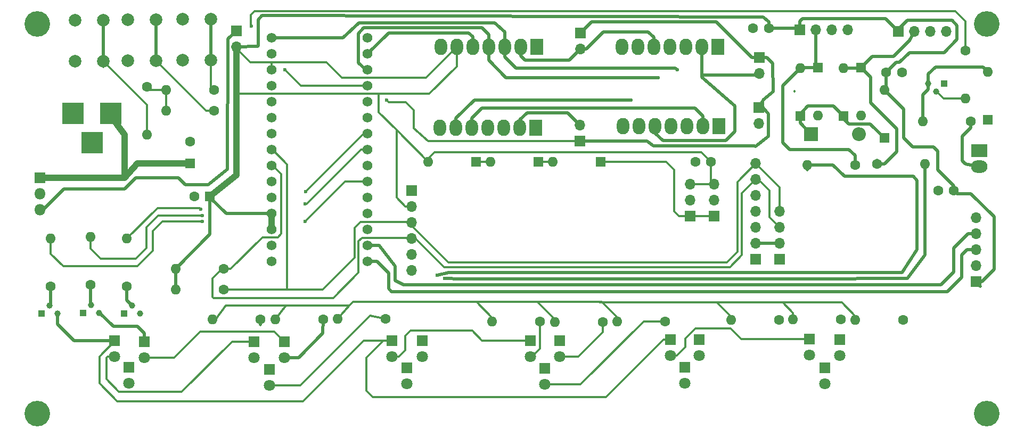
<source format=gbr>
G04 #@! TF.FileFunction,Copper,L2,Bot,Signal*
%FSLAX46Y46*%
G04 Gerber Fmt 4.6, Leading zero omitted, Abs format (unit mm)*
G04 Created by KiCad (PCBNEW 4.0.7) date 03/27/20 15:31:12*
%MOMM*%
%LPD*%
G01*
G04 APERTURE LIST*
%ADD10C,0.100000*%
%ADD11R,1.600000X1.600000*%
%ADD12O,1.600000X1.600000*%
%ADD13R,1.700000X1.700000*%
%ADD14O,1.700000X1.700000*%
%ADD15C,1.600000*%
%ADD16R,2.000000X2.600000*%
%ADD17O,2.000000X2.600000*%
%ADD18C,4.064000*%
%ADD19C,1.574800*%
%ADD20R,2.200000X2.200000*%
%ADD21O,2.200000X2.200000*%
%ADD22R,3.500000X3.500000*%
%ADD23R,1.800000X1.800000*%
%ADD24O,1.800000X1.800000*%
%ADD25C,1.800000*%
%ADD26C,1.000000*%
%ADD27R,1.000000X1.000000*%
%ADD28C,2.000000*%
%ADD29R,2.600000X2.000000*%
%ADD30O,2.600000X2.000000*%
%ADD31C,0.600000*%
%ADD32C,0.350000*%
%ADD33C,0.500000*%
%ADD34C,1.000000*%
G04 APERTURE END LIST*
D10*
D11*
X245975000Y-58550000D03*
D12*
X245975000Y-66170000D03*
D11*
X243225000Y-66250000D03*
D12*
X243225000Y-58630000D03*
D13*
X236220000Y-52540000D03*
D14*
X238760000Y-52540000D03*
X241300000Y-52540000D03*
X243840000Y-52540000D03*
D13*
X233076000Y-89018000D03*
D14*
X233076000Y-86478000D03*
X233076000Y-83938000D03*
X233076000Y-81398000D03*
D11*
X139350000Y-73778000D03*
D15*
X139350000Y-70278000D03*
D11*
X142490000Y-79020000D03*
D15*
X139990000Y-79020000D03*
D16*
X194410000Y-55210000D03*
D17*
X191870000Y-55210000D03*
X189330000Y-55210000D03*
X186790000Y-55210000D03*
X184250000Y-55210000D03*
X181710000Y-55210000D03*
X179170000Y-55210000D03*
D18*
X266000000Y-51600000D03*
X115000000Y-113600000D03*
X266000000Y-113600000D03*
X115000000Y-51600000D03*
D15*
X222154000Y-73524000D03*
X219654000Y-73524000D03*
X250010000Y-59320000D03*
X252510000Y-59320000D03*
X260750000Y-78100000D03*
X258250000Y-78100000D03*
D11*
X236325000Y-66225000D03*
D12*
X236325000Y-58605000D03*
D11*
X239150000Y-58550000D03*
D12*
X239150000Y-66170000D03*
D11*
X249730000Y-69740000D03*
D12*
X249730000Y-62120000D03*
D13*
X251920000Y-52770000D03*
D14*
X254460000Y-52770000D03*
X257000000Y-52770000D03*
X259540000Y-52770000D03*
D13*
X174550000Y-78050000D03*
D14*
X174550000Y-80590000D03*
X174550000Y-83130000D03*
X174550000Y-85670000D03*
X174550000Y-88210000D03*
X174550000Y-90750000D03*
D13*
X264300000Y-92600000D03*
D14*
X264300000Y-90060000D03*
X264300000Y-87520000D03*
X264300000Y-84980000D03*
X264300000Y-82440000D03*
D13*
X146700000Y-52700000D03*
D14*
X146700000Y-55240000D03*
D15*
X248500000Y-73870000D03*
D12*
X256120000Y-73870000D03*
D15*
X245060000Y-74010000D03*
D12*
X237440000Y-74010000D03*
D19*
X152280000Y-89380000D03*
X167520000Y-89380000D03*
X152280000Y-86840000D03*
X167520000Y-86840000D03*
X152280000Y-84300000D03*
X167520000Y-84300000D03*
X152280000Y-81760000D03*
X167520000Y-81760000D03*
X152280000Y-79220000D03*
X167520000Y-79220000D03*
X152280000Y-76680000D03*
X167520000Y-76680000D03*
X152280000Y-74140000D03*
X167520000Y-74140000D03*
X152280000Y-71600000D03*
X167520000Y-71600000D03*
X152280000Y-69060000D03*
X167520000Y-69060000D03*
X152280000Y-66520000D03*
X167520000Y-66520000D03*
X152280000Y-63980000D03*
X167520000Y-63980000D03*
X152280000Y-61440000D03*
X167520000Y-61440000D03*
X152280000Y-58900000D03*
X167520000Y-58900000D03*
X152280000Y-56360000D03*
X167520000Y-56360000D03*
X152280000Y-53820000D03*
X167520000Y-53820000D03*
D20*
X238050000Y-69075000D03*
D21*
X245670000Y-69075000D03*
D22*
X126700000Y-65800000D03*
X120700000Y-65800000D03*
X123700000Y-70500000D03*
D23*
X115474000Y-76064000D03*
D24*
X115474000Y-78604000D03*
X115474000Y-81144000D03*
D16*
X223180000Y-55240000D03*
D17*
X220640000Y-55240000D03*
X218100000Y-55240000D03*
X215560000Y-55240000D03*
X213020000Y-55240000D03*
X210480000Y-55240000D03*
X207940000Y-55240000D03*
D16*
X223410000Y-67840000D03*
D17*
X220870000Y-67840000D03*
X218330000Y-67840000D03*
X215790000Y-67840000D03*
X213250000Y-67840000D03*
X210710000Y-67840000D03*
X208170000Y-67840000D03*
D16*
X194290000Y-68060000D03*
D17*
X191750000Y-68060000D03*
X189210000Y-68060000D03*
X186670000Y-68060000D03*
X184130000Y-68060000D03*
X181590000Y-68060000D03*
X179050000Y-68060000D03*
D13*
X201360000Y-53040000D03*
D14*
X201360000Y-55580000D03*
D13*
X229830000Y-56890000D03*
D14*
X229830000Y-59430000D03*
D13*
X229774000Y-64888000D03*
D14*
X229774000Y-67428000D03*
D13*
X201280000Y-70190000D03*
D14*
X201280000Y-67650000D03*
D15*
X231340000Y-52280000D03*
X228840000Y-52280000D03*
X144625000Y-93875000D03*
D12*
X137005000Y-93875000D03*
D15*
X144625000Y-90525000D03*
D12*
X137005000Y-90525000D03*
D23*
X193450000Y-101950000D03*
D25*
X193450000Y-104490000D03*
D23*
X171400000Y-101950000D03*
D25*
X171400000Y-104490000D03*
D23*
X237800000Y-101700000D03*
D25*
X237800000Y-104240000D03*
D23*
X215650000Y-101800000D03*
D25*
X215650000Y-104340000D03*
D23*
X149500000Y-102100000D03*
D25*
X149500000Y-104640000D03*
D23*
X127300000Y-102000000D03*
D25*
X127300000Y-104540000D03*
D23*
X198100000Y-101950000D03*
D25*
X198100000Y-104490000D03*
D23*
X176200000Y-101950000D03*
D25*
X176200000Y-104490000D03*
D23*
X154300000Y-102100000D03*
D25*
X154300000Y-104640000D03*
D23*
X132000000Y-102100000D03*
D25*
X132000000Y-104640000D03*
D23*
X242600000Y-101800000D03*
D25*
X242600000Y-104340000D03*
D23*
X220300000Y-101800000D03*
D25*
X220300000Y-104340000D03*
D23*
X240250000Y-106250000D03*
D25*
X240250000Y-108790000D03*
D23*
X218000000Y-106200000D03*
D25*
X218000000Y-108740000D03*
D23*
X151900000Y-106500000D03*
D25*
X151900000Y-109040000D03*
D23*
X129600000Y-106200000D03*
D25*
X129600000Y-108740000D03*
D23*
X195700000Y-106400000D03*
D25*
X195700000Y-108940000D03*
D23*
X173750000Y-106250000D03*
D25*
X173750000Y-108790000D03*
D26*
X116940000Y-96340000D03*
X118210000Y-97610000D03*
D27*
X115670000Y-97610000D03*
D26*
X123610000Y-96270000D03*
X124880000Y-97540000D03*
D27*
X122340000Y-97540000D03*
D26*
X130050000Y-96340000D03*
X131320000Y-97610000D03*
D27*
X128780000Y-97610000D03*
D15*
X117160000Y-93310000D03*
D12*
X117160000Y-85690000D03*
D15*
X194975000Y-98950000D03*
D12*
X187355000Y-98950000D03*
D15*
X232950000Y-98650000D03*
D12*
X225330000Y-98650000D03*
D15*
X123480000Y-93080000D03*
D12*
X123480000Y-85460000D03*
D15*
X150510000Y-98600000D03*
D12*
X142890000Y-98600000D03*
D15*
X204900000Y-98975000D03*
D12*
X197280000Y-98975000D03*
D15*
X160460000Y-98570000D03*
D12*
X152840000Y-98570000D03*
D15*
X129270000Y-93310000D03*
D12*
X129270000Y-85690000D03*
D15*
X242775000Y-98600000D03*
D12*
X235155000Y-98600000D03*
D15*
X252725000Y-98650000D03*
D12*
X245105000Y-98650000D03*
D15*
X170380000Y-98490000D03*
D12*
X162760000Y-98490000D03*
D15*
X214800000Y-98900000D03*
D12*
X207180000Y-98900000D03*
D15*
X132492000Y-61586000D03*
D12*
X132492000Y-69206000D03*
D15*
X143160000Y-65396000D03*
D12*
X135540000Y-65396000D03*
D15*
X143160000Y-62094000D03*
D12*
X135540000Y-62094000D03*
D28*
X138110000Y-50830000D03*
X142610000Y-50830000D03*
X138110000Y-57330000D03*
X142610000Y-57330000D03*
X129380000Y-50940000D03*
X133880000Y-50940000D03*
X129380000Y-57440000D03*
X133880000Y-57440000D03*
X121030000Y-51030000D03*
X125530000Y-51030000D03*
X121030000Y-57530000D03*
X125530000Y-57530000D03*
D11*
X184816000Y-73524000D03*
D12*
X177196000Y-73524000D03*
D11*
X194722000Y-73524000D03*
D12*
X187102000Y-73524000D03*
D11*
X204628000Y-73524000D03*
D12*
X197008000Y-73524000D03*
D13*
X229266000Y-89018000D03*
D14*
X229266000Y-86478000D03*
X229266000Y-83938000D03*
X229266000Y-81398000D03*
X229266000Y-78858000D03*
X229266000Y-76318000D03*
X229266000Y-73778000D03*
D13*
X218852000Y-82160000D03*
D14*
X218852000Y-79620000D03*
X218852000Y-77080000D03*
D13*
X222662000Y-82160000D03*
D14*
X222662000Y-79620000D03*
X222662000Y-77080000D03*
D11*
X266150000Y-66825000D03*
D12*
X266150000Y-59205000D03*
D29*
X264825000Y-71700000D03*
D30*
X264825000Y-74240000D03*
D26*
X257968000Y-62348000D03*
X256698000Y-61078000D03*
D27*
X259238000Y-61078000D03*
D15*
X262550000Y-55820000D03*
D12*
X262550000Y-63440000D03*
D15*
X263450000Y-67060000D03*
D12*
X255830000Y-67060000D03*
D31*
X209410000Y-63680000D03*
X216760000Y-58900000D03*
X213740000Y-60130000D03*
X170540000Y-63670000D03*
X179820000Y-92090000D03*
X157700000Y-78250000D03*
X141000000Y-81050000D03*
X141300000Y-82050000D03*
X157600000Y-80200000D03*
X141250000Y-83000000D03*
X157600000Y-83000000D03*
X178590000Y-91530000D03*
X149050000Y-51900000D03*
X154425000Y-58900000D03*
D32*
X235420000Y-62300000D02*
X235400000Y-62280000D01*
D33*
X251920000Y-52770000D02*
X251920000Y-52455000D01*
X251920000Y-52455000D02*
X253350000Y-51025000D01*
X251605000Y-57725000D02*
X250010000Y-59320000D01*
X252100000Y-57725000D02*
X251605000Y-57725000D01*
X253675000Y-56150000D02*
X252100000Y-57725000D01*
X259175000Y-56150000D02*
X253675000Y-56150000D01*
X261250000Y-54075000D02*
X259175000Y-56150000D01*
X261250000Y-51825000D02*
X261250000Y-54075000D01*
X260450000Y-51025000D02*
X261250000Y-51825000D01*
X253350000Y-51025000D02*
X260450000Y-51025000D01*
X236220000Y-52540000D02*
X236220000Y-51155000D01*
X249850000Y-50700000D02*
X251920000Y-52770000D01*
X236675000Y-50700000D02*
X249850000Y-50700000D01*
X236220000Y-51155000D02*
X236675000Y-50700000D01*
X260750000Y-78100000D02*
X260750000Y-77340000D01*
X260750000Y-77340000D02*
X258170000Y-74760000D01*
X252760000Y-65150000D02*
X249730000Y-62120000D01*
X252760000Y-69730000D02*
X252760000Y-65150000D01*
X254200000Y-71170000D02*
X252760000Y-69730000D01*
X257520000Y-71170000D02*
X254200000Y-71170000D01*
X258170000Y-71820000D02*
X257520000Y-71170000D01*
X258170000Y-74760000D02*
X258170000Y-71820000D01*
X250010000Y-59320000D02*
X250010000Y-61840000D01*
X250010000Y-61840000D02*
X249730000Y-62120000D01*
X264300000Y-92600000D02*
X265175000Y-92600000D01*
X263450000Y-78575000D02*
X261225000Y-78575000D01*
X267125000Y-82250000D02*
X263450000Y-78575000D01*
X267125000Y-90650000D02*
X267125000Y-82250000D01*
X265175000Y-92600000D02*
X267125000Y-90650000D01*
X261225000Y-78575000D02*
X260750000Y-78100000D01*
X265000000Y-93300000D02*
X264300000Y-92600000D01*
D32*
X164550000Y-62670000D02*
X147014654Y-62670000D01*
X146697327Y-62352673D02*
X146697327Y-62353476D01*
X147014654Y-62670000D02*
X146697327Y-62352673D01*
D33*
X142490000Y-79020000D02*
X142490000Y-79190000D01*
X142490000Y-79190000D02*
X145060000Y-81760000D01*
X145060000Y-81760000D02*
X152280000Y-81760000D01*
X142490000Y-79020000D02*
X142490000Y-85040000D01*
X142490000Y-85040000D02*
X137005000Y-90525000D01*
D32*
X152280000Y-58900000D02*
X152280000Y-57680000D01*
X152250000Y-57800000D02*
X152250000Y-57680000D01*
X152250000Y-57710000D02*
X152250000Y-57800000D01*
X152280000Y-57680000D02*
X152250000Y-57710000D01*
D33*
X137005000Y-90525000D02*
X137005000Y-93875000D01*
D32*
X174550000Y-80590000D02*
X173540000Y-80590000D01*
X172150000Y-79200000D02*
X172150000Y-68478000D01*
X173540000Y-80590000D02*
X172150000Y-79200000D01*
X222154000Y-73524000D02*
X222154000Y-76572000D01*
X222154000Y-76572000D02*
X222662000Y-77080000D01*
X218852000Y-77080000D02*
X222662000Y-77080000D01*
X177196000Y-73524000D02*
X177196000Y-73016000D01*
X177196000Y-73016000D02*
X178212000Y-72000000D01*
X220630000Y-72000000D02*
X222154000Y-73524000D01*
X178212000Y-72000000D02*
X220630000Y-72000000D01*
X169322000Y-62670000D02*
X169322000Y-65650000D01*
X169322000Y-65650000D02*
X172150000Y-68478000D01*
X172150000Y-68478000D02*
X177196000Y-73524000D01*
X135540000Y-62094000D02*
X133000000Y-62094000D01*
X133000000Y-62094000D02*
X132492000Y-61586000D01*
X135540000Y-62094000D02*
X135540000Y-65396000D01*
D33*
X231340000Y-52280000D02*
X231340000Y-51240000D01*
X150045000Y-55165000D02*
X146700000Y-55240000D01*
X150185000Y-55025000D02*
X150045000Y-55165000D01*
X150185000Y-50945000D02*
X150185000Y-55025000D01*
X150725000Y-50225000D02*
X150185000Y-50945000D01*
X230415000Y-50465000D02*
X150725000Y-50225000D01*
X231340000Y-51240000D02*
X230415000Y-50465000D01*
X231340000Y-52280000D02*
X236040000Y-52245000D01*
X181590000Y-68060000D02*
X181590000Y-66600000D01*
X184510000Y-63680000D02*
X209410000Y-63680000D01*
X181590000Y-66600000D02*
X184510000Y-63680000D01*
X181750000Y-67900000D02*
X181590000Y-68060000D01*
D32*
X181710000Y-58320000D02*
X181710000Y-55210000D01*
X177360000Y-62670000D02*
X181710000Y-58320000D01*
X164550000Y-62670000D02*
X169322000Y-62670000D01*
X169322000Y-62670000D02*
X177360000Y-62670000D01*
X146700000Y-55240000D02*
X146700000Y-55480000D01*
X146700000Y-55480000D02*
X148900000Y-57680000D01*
X148900000Y-57680000D02*
X152250000Y-57680000D01*
X152250000Y-57680000D02*
X161010000Y-57680000D01*
X161010000Y-57680000D02*
X163450000Y-60120000D01*
X163450000Y-60120000D02*
X176800000Y-60120000D01*
X176800000Y-60120000D02*
X181710000Y-55210000D01*
X152280000Y-84300000D02*
X152810000Y-84300000D01*
D33*
X252520000Y-52170000D02*
X251920000Y-52770000D01*
D34*
X152280000Y-81760000D02*
X152280000Y-84300000D01*
X146700000Y-55240000D02*
X146700000Y-57510000D01*
X146700000Y-57510000D02*
X146697327Y-62353476D01*
X146697327Y-62353476D02*
X146690000Y-75630000D01*
X146690000Y-75630000D02*
X142490000Y-79020000D01*
D33*
X229266000Y-86478000D02*
X233076000Y-86478000D01*
X189330000Y-55210000D02*
X189330000Y-56840000D01*
X216480000Y-58620000D02*
X216760000Y-58900000D01*
X191110000Y-58620000D02*
X216480000Y-58620000D01*
X189330000Y-56840000D02*
X191110000Y-58620000D01*
X189330000Y-55210000D02*
X189330000Y-56360000D01*
X152280000Y-53820000D02*
X163580000Y-53820000D01*
X189330000Y-52820000D02*
X189330000Y-55210000D01*
X187720000Y-51460000D02*
X189330000Y-52820000D01*
X166190000Y-51460000D02*
X187720000Y-51460000D01*
X163580000Y-53820000D02*
X166190000Y-51460000D01*
X152280000Y-53820000D02*
X152540000Y-53820000D01*
X186790000Y-55210000D02*
X186790000Y-57370000D01*
X189550000Y-60130000D02*
X213740000Y-60130000D01*
X186790000Y-57370000D02*
X189550000Y-60130000D01*
X186630000Y-55370000D02*
X186790000Y-55210000D01*
X167520000Y-58900000D02*
X167220000Y-58900000D01*
X167220000Y-58900000D02*
X166050000Y-57730000D01*
X166050000Y-57730000D02*
X166050000Y-53090000D01*
X166050000Y-53090000D02*
X166950000Y-52190000D01*
X166950000Y-52190000D02*
X185720000Y-52190000D01*
X185720000Y-52190000D02*
X186790000Y-53260000D01*
X186790000Y-53260000D02*
X186790000Y-55210000D01*
X184250000Y-55210000D02*
X184250000Y-53660000D01*
X170880000Y-53000000D02*
X167520000Y-56360000D01*
X183590000Y-53000000D02*
X170880000Y-53000000D01*
X184250000Y-53660000D02*
X183590000Y-53000000D01*
X201280000Y-70190000D02*
X211962000Y-70190000D01*
X229256000Y-71070000D02*
X229012000Y-70984000D01*
X231298000Y-69460000D02*
X229256000Y-71070000D01*
X231298000Y-65904000D02*
X231298000Y-69460000D01*
X230384000Y-64888000D02*
X231298000Y-65904000D01*
X211962000Y-70190000D02*
X213010000Y-70984000D01*
X213010000Y-70984000D02*
X226472000Y-70984000D01*
X226472000Y-70984000D02*
X229012000Y-70984000D01*
D32*
X201280000Y-70190000D02*
X200880000Y-70190000D01*
X200880000Y-70190000D02*
X198536000Y-70248000D01*
X170920000Y-64050000D02*
X170540000Y-63670000D01*
X173620000Y-64050000D02*
X170920000Y-64050000D01*
X174880000Y-65310000D02*
X173620000Y-64050000D01*
X174910000Y-68190000D02*
X174880000Y-65310000D01*
X177136000Y-70248000D02*
X174910000Y-68190000D01*
X198536000Y-70248000D02*
X177136000Y-70248000D01*
D33*
X229830000Y-56890000D02*
X228610000Y-56890000D01*
X228610000Y-56890000D02*
X223000000Y-51280000D01*
X229774000Y-64888000D02*
X230384000Y-64888000D01*
X229830000Y-56890000D02*
X231010000Y-56890000D01*
X230536000Y-63618000D02*
X229774000Y-64888000D01*
X232060000Y-62348000D02*
X230536000Y-63618000D01*
X231960000Y-57840000D02*
X232060000Y-62348000D01*
X231010000Y-56890000D02*
X231960000Y-57840000D01*
X203120000Y-51280000D02*
X201360000Y-53040000D01*
X223000000Y-51280000D02*
X203120000Y-51280000D01*
D34*
X126700000Y-65800000D02*
X126700000Y-66230000D01*
X126700000Y-66230000D02*
X128936000Y-69206000D01*
X128936000Y-69206000D02*
X128936000Y-76064000D01*
X139350000Y-73778000D02*
X133000000Y-73778000D01*
X133000000Y-73778000D02*
X130968000Y-73778000D01*
X130968000Y-73778000D02*
X128936000Y-76064000D01*
X128936000Y-76064000D02*
X115474000Y-76064000D01*
D32*
X154600000Y-96375000D02*
X154555000Y-96375000D01*
X154555000Y-96375000D02*
X152840000Y-98570000D01*
X142890000Y-98600000D02*
X143410000Y-98600000D01*
X143410000Y-98600000D02*
X145025000Y-96375000D01*
X145025000Y-96375000D02*
X154600000Y-96375000D01*
X154600000Y-96375000D02*
X164655000Y-96375000D01*
X235155000Y-98600000D02*
X235155000Y-97530000D01*
X235155000Y-97530000D02*
X233525000Y-95900000D01*
X225330000Y-98650000D02*
X225330000Y-98180000D01*
X225330000Y-98180000D02*
X223050000Y-95900000D01*
X245105000Y-98650000D02*
X245105000Y-98080000D01*
X245105000Y-98080000D02*
X242925000Y-95900000D01*
X242925000Y-95900000D02*
X233525000Y-95900000D01*
X233525000Y-95900000D02*
X223050000Y-95900000D01*
X223050000Y-95900000D02*
X204425000Y-95900000D01*
X204425000Y-95900000D02*
X204425000Y-95825000D01*
X187355000Y-98950000D02*
X187355000Y-98305000D01*
X187355000Y-98305000D02*
X184875000Y-95825000D01*
X197280000Y-98975000D02*
X197280000Y-98555000D01*
X197280000Y-98555000D02*
X194550000Y-95825000D01*
X207180000Y-98900000D02*
X207180000Y-98230000D01*
X207180000Y-98230000D02*
X204775000Y-95825000D01*
X204775000Y-95825000D02*
X204425000Y-95825000D01*
X204425000Y-95825000D02*
X194550000Y-95825000D01*
X194550000Y-95825000D02*
X184875000Y-95825000D01*
X184875000Y-95825000D02*
X165205000Y-95825000D01*
X165205000Y-95825000D02*
X164655000Y-96375000D01*
X164655000Y-96375000D02*
X162760000Y-98490000D01*
X152840000Y-98570000D02*
X152840000Y-98340000D01*
D33*
X115474000Y-81144000D02*
X115982000Y-81144000D01*
X115982000Y-81144000D02*
X119284000Y-77842000D01*
X137434000Y-76064000D02*
X138540000Y-77170000D01*
X130714000Y-76064000D02*
X137434000Y-76064000D01*
X128936000Y-77842000D02*
X130714000Y-76064000D01*
X119284000Y-77842000D02*
X128936000Y-77842000D01*
X145290000Y-53960000D02*
X146700000Y-52700000D01*
X145250000Y-74710000D02*
X145290000Y-53960000D01*
X142170000Y-77170000D02*
X145250000Y-74710000D01*
X138540000Y-77170000D02*
X142170000Y-77170000D01*
X115474000Y-81144000D02*
X116024000Y-81144000D01*
X236325000Y-66225000D02*
X236325000Y-65885000D01*
X236325000Y-65885000D02*
X237550000Y-64660000D01*
X241635000Y-64660000D02*
X243225000Y-66250000D01*
X237550000Y-64660000D02*
X241635000Y-64660000D01*
X236325000Y-66225000D02*
X236325000Y-67350000D01*
X236325000Y-67350000D02*
X238050000Y-69075000D01*
X243225000Y-66250000D02*
X243225000Y-66675000D01*
X243225000Y-66675000D02*
X244030000Y-67480000D01*
X244030000Y-67480000D02*
X247470000Y-67480000D01*
X247470000Y-67480000D02*
X249730000Y-69740000D01*
X248500000Y-73870000D02*
X249750000Y-73870000D01*
X247500000Y-60075000D02*
X245975000Y-58550000D01*
X247500000Y-64090000D02*
X247500000Y-60075000D01*
X251690000Y-68280000D02*
X247500000Y-64090000D01*
X251690000Y-71930000D02*
X251690000Y-68280000D01*
X249750000Y-73870000D02*
X251690000Y-71930000D01*
X254460000Y-52770000D02*
X253740000Y-54220000D01*
X253740000Y-54220000D02*
X251190000Y-56770000D01*
X251190000Y-56770000D02*
X247755000Y-56770000D01*
X247755000Y-56770000D02*
X245975000Y-58550000D01*
X243225000Y-58630000D02*
X245895000Y-58630000D01*
X245895000Y-58630000D02*
X245975000Y-58550000D01*
D32*
X248500000Y-73140000D02*
X248500000Y-73870000D01*
D33*
X254520000Y-52710000D02*
X254460000Y-52770000D01*
X238760000Y-52540000D02*
X238760000Y-58160000D01*
X238760000Y-58160000D02*
X239150000Y-58550000D01*
X245060000Y-74010000D02*
X245060000Y-72540000D01*
X233550000Y-61380000D02*
X236325000Y-58605000D01*
X233550000Y-70480000D02*
X233550000Y-61380000D01*
X234620000Y-71550000D02*
X233550000Y-70480000D01*
X244070000Y-71550000D02*
X234620000Y-71550000D01*
X245060000Y-72540000D02*
X244070000Y-71550000D01*
X239150000Y-58550000D02*
X236380000Y-58550000D01*
X236380000Y-58550000D02*
X236325000Y-58605000D01*
X239440000Y-58260000D02*
X239150000Y-58550000D01*
D32*
X245060000Y-74010000D02*
X244700000Y-74010000D01*
X152280000Y-71600000D02*
X152450000Y-71600000D01*
X152450000Y-71600000D02*
X154750000Y-73900000D01*
X154750000Y-73900000D02*
X154750000Y-93875000D01*
X144625000Y-93875000D02*
X154750000Y-93875000D01*
X154750000Y-93875000D02*
X160375000Y-93875000D01*
X166450000Y-83050000D02*
X174470000Y-83050000D01*
X165500000Y-84000000D02*
X166450000Y-83050000D01*
X165500000Y-88750000D02*
X165500000Y-84000000D01*
X160375000Y-93875000D02*
X165500000Y-88750000D01*
X174470000Y-83050000D02*
X174550000Y-83130000D01*
X174550000Y-83130000D02*
X174550000Y-83650000D01*
X174550000Y-83650000D02*
X180400000Y-89500000D01*
X226350000Y-76694000D02*
X229266000Y-73778000D01*
X226350000Y-87799998D02*
X226350000Y-76694000D01*
X224649998Y-89500000D02*
X226350000Y-87799998D01*
X180400000Y-89500000D02*
X224649998Y-89500000D01*
X233076000Y-81398000D02*
X233076000Y-77588000D01*
X233076000Y-77588000D02*
X229266000Y-73778000D01*
X144625000Y-90525000D02*
X145775000Y-90525000D01*
X153800000Y-75500000D02*
X152440000Y-74140000D01*
X153800000Y-84950000D02*
X153800000Y-75500000D01*
X153250000Y-85500000D02*
X153800000Y-84950000D01*
X150800000Y-85500000D02*
X153250000Y-85500000D01*
X145775000Y-90525000D02*
X150800000Y-85500000D01*
X152440000Y-74140000D02*
X152280000Y-74140000D01*
X144625000Y-90525000D02*
X144425000Y-90525000D01*
X144425000Y-90525000D02*
X142900000Y-92050000D01*
X142900000Y-92050000D02*
X142900000Y-95050000D01*
X142900000Y-95050000D02*
X143000000Y-95150000D01*
X143000000Y-95150000D02*
X162100000Y-95150000D01*
X162100000Y-95150000D02*
X166100000Y-91150000D01*
X166100000Y-91150000D02*
X166100000Y-86150000D01*
X166100000Y-86150000D02*
X166650000Y-85600000D01*
X166650000Y-85600000D02*
X174480000Y-85600000D01*
X174480000Y-85600000D02*
X174550000Y-85670000D01*
X229266000Y-76318000D02*
X229668000Y-76318000D01*
X229668000Y-76318000D02*
X231450000Y-78100000D01*
X231450000Y-82312000D02*
X233076000Y-83938000D01*
X231450000Y-78100000D02*
X231450000Y-82312000D01*
X174550000Y-85670000D02*
X175120000Y-85670000D01*
X175120000Y-85670000D02*
X179700000Y-90250000D01*
X227050000Y-78534000D02*
X229266000Y-76318000D01*
X227050000Y-88350000D02*
X227050000Y-78534000D01*
X225150000Y-90250000D02*
X227050000Y-88350000D01*
X179700000Y-90250000D02*
X225150000Y-90250000D01*
D33*
X262830000Y-87520000D02*
X264300000Y-87520000D01*
X259750000Y-94150000D02*
X262000000Y-91900000D01*
X262000000Y-91900000D02*
X262000000Y-88350000D01*
X262000000Y-88350000D02*
X262830000Y-87520000D01*
X167520000Y-89380000D02*
X169030000Y-89380000D01*
X171350000Y-94150000D02*
X259750000Y-94150000D01*
X170900000Y-93700000D02*
X171350000Y-94150000D01*
X170900000Y-91250000D02*
X170900000Y-93700000D01*
X169030000Y-89380000D02*
X170900000Y-91250000D01*
X263020000Y-84980000D02*
X264300000Y-84980000D01*
X258700000Y-93050000D02*
X260750000Y-91000000D01*
X260750000Y-91000000D02*
X260750000Y-87250000D01*
X260750000Y-87250000D02*
X263020000Y-84980000D01*
X167520000Y-86840000D02*
X169340000Y-86840000D01*
X173250000Y-93050000D02*
X258700000Y-93050000D01*
X171950000Y-92400000D02*
X173250000Y-93050000D01*
X171950000Y-90100000D02*
X171950000Y-92400000D01*
X169340000Y-86840000D02*
X171950000Y-90100000D01*
X236910000Y-92120000D02*
X253360000Y-92090000D01*
X256120000Y-88330000D02*
X256120000Y-73870000D01*
X253360000Y-92090000D02*
X256120000Y-88330000D01*
X179820000Y-92090000D02*
X182380000Y-92120000D01*
X182380000Y-92120000D02*
X236910000Y-92120000D01*
X201360000Y-55580000D02*
X202280000Y-55580000D01*
X213020000Y-53730000D02*
X213020000Y-55240000D01*
X212130000Y-52840000D02*
X213020000Y-53730000D01*
X205020000Y-52840000D02*
X212130000Y-52840000D01*
X202280000Y-55580000D02*
X205020000Y-52840000D01*
X191870000Y-55210000D02*
X191870000Y-56689998D01*
X199560000Y-57380000D02*
X201360000Y-55580000D01*
X192560002Y-57380000D02*
X199560000Y-57380000D01*
X191870000Y-56689998D02*
X192560002Y-57380000D01*
X224088000Y-70168000D02*
X224494000Y-70168000D01*
X224494000Y-70168000D02*
X225964000Y-68698000D01*
X213250000Y-67840000D02*
X213250000Y-68938000D01*
X213250000Y-68938000D02*
X214480000Y-70168000D01*
X220640000Y-59740000D02*
X229520000Y-59740000D01*
X229520000Y-59740000D02*
X229830000Y-59430000D01*
X220640000Y-55240000D02*
X220640000Y-59740000D01*
X220640000Y-59740000D02*
X220640000Y-60040000D01*
X225964000Y-64650000D02*
X225964000Y-68698000D01*
X220640000Y-60040000D02*
X225964000Y-64650000D01*
X224088000Y-70168000D02*
X214480000Y-70168000D01*
X184130000Y-68060000D02*
X184130000Y-66570000D01*
X220870000Y-66260000D02*
X220870000Y-67840000D01*
X219610000Y-65000000D02*
X220870000Y-66260000D01*
X185700000Y-65000000D02*
X219610000Y-65000000D01*
X184130000Y-66570000D02*
X185700000Y-65000000D01*
X184130000Y-68060000D02*
X184130000Y-67330000D01*
X191750000Y-68060000D02*
X191750000Y-66860000D01*
X191750000Y-66860000D02*
X192900000Y-65710000D01*
X199340000Y-65710000D02*
X201280000Y-67650000D01*
X192900000Y-65710000D02*
X199340000Y-65710000D01*
D32*
X167520000Y-69060000D02*
X166890000Y-69060000D01*
X166890000Y-69060000D02*
X157700000Y-78250000D01*
X141000000Y-81050000D02*
X140800000Y-80850000D01*
X140800000Y-80850000D02*
X134110000Y-80850000D01*
X134110000Y-80850000D02*
X129270000Y-85690000D01*
X167520000Y-71600000D02*
X166500000Y-71600000D01*
X123480000Y-87330000D02*
X123480000Y-85460000D01*
X125100000Y-88950000D02*
X123480000Y-87330000D01*
X130700000Y-88950000D02*
X125100000Y-88950000D01*
X132400000Y-87250000D02*
X130700000Y-88950000D01*
X132400000Y-83950000D02*
X132400000Y-87250000D01*
X134250000Y-82100000D02*
X132400000Y-83950000D01*
X141250000Y-82100000D02*
X134250000Y-82100000D01*
X141300000Y-82050000D02*
X141250000Y-82100000D01*
X157900000Y-80200000D02*
X157600000Y-80200000D01*
X166500000Y-71600000D02*
X157900000Y-80200000D01*
X167520000Y-71600000D02*
X167210000Y-71600000D01*
D33*
X167520000Y-71600000D02*
X167520000Y-71770000D01*
X167520000Y-71600000D02*
X167900000Y-71600000D01*
D32*
X167520000Y-76680000D02*
X163920000Y-76680000D01*
X117160000Y-88160000D02*
X117160000Y-85690000D01*
X119150000Y-90150000D02*
X117160000Y-88160000D01*
X130900000Y-90150000D02*
X119150000Y-90150000D01*
X133400000Y-87650000D02*
X130900000Y-90150000D01*
X133400000Y-84500000D02*
X133400000Y-87650000D01*
X134900000Y-83000000D02*
X133400000Y-84500000D01*
X141250000Y-83000000D02*
X134900000Y-83000000D01*
X163920000Y-76680000D02*
X157600000Y-83000000D01*
X171400000Y-104490000D02*
X172485000Y-104490000D01*
X185750000Y-101950000D02*
X193450000Y-101950000D01*
X184150000Y-100350000D02*
X185750000Y-101950000D01*
X174375000Y-100350000D02*
X184150000Y-100350000D01*
X173500000Y-101225000D02*
X174375000Y-100350000D01*
X173500000Y-103475000D02*
X173500000Y-101225000D01*
X172485000Y-104490000D02*
X173500000Y-103475000D01*
D33*
X118210000Y-97610000D02*
X118210000Y-99350000D01*
X120860000Y-102000000D02*
X127300000Y-102000000D01*
X118210000Y-99350000D02*
X120860000Y-102000000D01*
D32*
X215650000Y-101800000D02*
X214550000Y-101800000D01*
X170050000Y-101950000D02*
X171400000Y-101950000D01*
X167325000Y-104675000D02*
X170050000Y-101950000D01*
X167325000Y-109900000D02*
X167325000Y-104675000D01*
X168375000Y-110950000D02*
X167325000Y-109900000D01*
X205400000Y-110950000D02*
X168375000Y-110950000D01*
X214550000Y-101800000D02*
X205400000Y-110950000D01*
X171400000Y-101950000D02*
X166950000Y-101950000D01*
X124900000Y-104475000D02*
X127300000Y-102075000D01*
X124900000Y-108750000D02*
X124900000Y-104475000D01*
X127750000Y-111600000D02*
X124900000Y-108750000D01*
X157300000Y-111600000D02*
X127750000Y-111600000D01*
X166950000Y-101950000D02*
X157300000Y-111600000D01*
X127300000Y-102075000D02*
X127300000Y-102000000D01*
X126800000Y-102000000D02*
X127300000Y-102000000D01*
X215650000Y-104340000D02*
X216660000Y-104340000D01*
X226975000Y-101700000D02*
X237800000Y-101700000D01*
X225250000Y-99975000D02*
X226975000Y-101700000D01*
X219650000Y-99975000D02*
X225250000Y-99975000D01*
X218025000Y-101600000D02*
X219650000Y-99975000D01*
X218025000Y-102975000D02*
X218025000Y-101600000D01*
X216660000Y-104340000D02*
X218025000Y-102975000D01*
X127300000Y-104540000D02*
X126160000Y-104540000D01*
X146000000Y-102100000D02*
X149500000Y-102100000D01*
X138000000Y-110100000D02*
X146000000Y-102100000D01*
X128000000Y-110100000D02*
X138000000Y-110100000D01*
X126000000Y-108100000D02*
X128000000Y-110100000D01*
X126000000Y-104700000D02*
X126000000Y-108100000D01*
X126160000Y-104540000D02*
X126000000Y-104700000D01*
D33*
X124880000Y-97540000D02*
X124940000Y-97540000D01*
X124940000Y-97540000D02*
X127110000Y-99710000D01*
X127110000Y-99710000D02*
X130960000Y-99710000D01*
X130960000Y-99710000D02*
X132000000Y-100750000D01*
X132000000Y-100750000D02*
X132000000Y-102100000D01*
D32*
X132000000Y-104640000D02*
X136760000Y-104640000D01*
X152700000Y-100500000D02*
X154300000Y-102100000D01*
X140900000Y-100500000D02*
X152700000Y-100500000D01*
X136760000Y-104640000D02*
X140900000Y-100500000D01*
D33*
X117160000Y-93310000D02*
X117160000Y-96120000D01*
X117160000Y-96120000D02*
X116940000Y-96340000D01*
X116870000Y-96270000D02*
X116940000Y-96340000D01*
X123480000Y-93080000D02*
X123480000Y-96140000D01*
X123480000Y-96140000D02*
X123610000Y-96270000D01*
X129270000Y-93310000D02*
X129270000Y-95560000D01*
X129270000Y-95560000D02*
X130050000Y-96340000D01*
D32*
X194975000Y-98950000D02*
X194975000Y-103200000D01*
X194975000Y-103200000D02*
X193685000Y-104490000D01*
X193685000Y-104490000D02*
X193450000Y-104490000D01*
D33*
X150510000Y-98600000D02*
X150510000Y-99400000D01*
D32*
X204900000Y-98975000D02*
X204900000Y-100650000D01*
X201060000Y-104490000D02*
X198100000Y-104490000D01*
X204900000Y-100650000D02*
X201060000Y-104490000D01*
D33*
X160460000Y-98570000D02*
X160400000Y-100800000D01*
X156560000Y-104640000D02*
X154300000Y-104640000D01*
X160400000Y-100800000D02*
X156560000Y-104640000D01*
D32*
X151900000Y-109040000D02*
X156885000Y-109040000D01*
X167975000Y-97950000D02*
X170380000Y-98490000D01*
X156885000Y-109040000D02*
X167975000Y-97950000D01*
X195700000Y-108940000D02*
X201410000Y-108940000D01*
X211450000Y-98900000D02*
X214800000Y-98900000D01*
X201410000Y-108940000D02*
X211450000Y-98900000D01*
X132492000Y-69206000D02*
X132492000Y-64492000D01*
X132492000Y-64492000D02*
X125530000Y-57530000D01*
X125530000Y-58434000D02*
X125530000Y-57530000D01*
D33*
X125530000Y-57530000D02*
X125530000Y-51030000D01*
D32*
X143160000Y-65396000D02*
X141836000Y-65396000D01*
X141836000Y-65396000D02*
X133880000Y-57440000D01*
D33*
X133880000Y-57440000D02*
X133880000Y-58166000D01*
X133880000Y-50940000D02*
X133880000Y-57440000D01*
D32*
X142610000Y-57330000D02*
X142610000Y-61544000D01*
X142610000Y-61544000D02*
X143160000Y-62094000D01*
D33*
X142610000Y-50830000D02*
X142610000Y-57330000D01*
X142610000Y-57330000D02*
X142082000Y-57330000D01*
D32*
X184816000Y-73524000D02*
X187102000Y-73524000D01*
X222662000Y-82160000D02*
X218852000Y-82160000D01*
X218852000Y-82160000D02*
X217074000Y-82160000D01*
X215042000Y-73524000D02*
X204628000Y-73524000D01*
X216312000Y-74794000D02*
X215042000Y-73524000D01*
X216312000Y-81398000D02*
X216312000Y-74794000D01*
X217074000Y-82160000D02*
X216312000Y-81398000D01*
X194722000Y-73524000D02*
X197008000Y-73524000D01*
D33*
X167520000Y-74140000D02*
X167940000Y-74140000D01*
X233340000Y-91090000D02*
X252490000Y-91110000D01*
X178590000Y-91530000D02*
X180480000Y-91090000D01*
X180480000Y-91090000D02*
X233340000Y-91090000D01*
X252490000Y-91110000D02*
X254920000Y-87450000D01*
X254920000Y-87450000D02*
X254920000Y-76490000D01*
X254920000Y-76490000D02*
X254260000Y-75830000D01*
X254260000Y-75830000D02*
X243360000Y-75830000D01*
X243360000Y-75830000D02*
X241540000Y-74010000D01*
X241540000Y-74010000D02*
X237440000Y-74010000D01*
X237440000Y-74780000D02*
X237440000Y-74010000D01*
D32*
X167520000Y-61440000D02*
X156965000Y-61440000D01*
X262550000Y-51150000D02*
X262550000Y-55820000D01*
X260975000Y-49575000D02*
X262550000Y-51150000D01*
X149575000Y-49575000D02*
X260975000Y-49575000D01*
X149000000Y-50150000D02*
X149575000Y-49575000D01*
X149000000Y-51850000D02*
X149000000Y-50150000D01*
X149050000Y-51900000D02*
X149000000Y-51850000D01*
X156965000Y-61440000D02*
X154425000Y-58900000D01*
D33*
X256698000Y-61078000D02*
X256698000Y-61977000D01*
X255830000Y-62845000D02*
X255830000Y-67060000D01*
X256698000Y-61977000D02*
X255830000Y-62845000D01*
X256698000Y-61078000D02*
X256698000Y-59552000D01*
X265370000Y-58425000D02*
X266150000Y-59205000D01*
X257825000Y-58425000D02*
X265370000Y-58425000D01*
X256698000Y-59552000D02*
X257825000Y-58425000D01*
X263450000Y-67060000D02*
X263450000Y-68075000D01*
X262615000Y-73890000D02*
X264825000Y-74240000D01*
X262075000Y-73350000D02*
X262615000Y-73890000D01*
X262075000Y-69450000D02*
X262075000Y-73350000D01*
X263450000Y-68075000D02*
X262075000Y-69450000D01*
D32*
X257968000Y-62348000D02*
X258023000Y-62348000D01*
X258023000Y-62348000D02*
X259115000Y-63440000D01*
X259115000Y-63440000D02*
X262550000Y-63440000D01*
M02*

</source>
